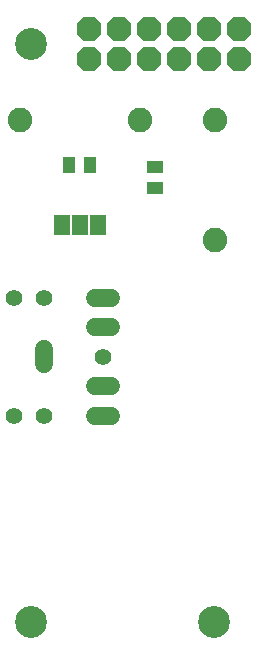
<source format=gts>
G75*
%MOIN*%
%OFA0B0*%
%FSLAX25Y25*%
%IPPOS*%
%LPD*%
%AMOC8*
5,1,8,0,0,1.08239X$1,22.5*
%
%ADD10C,0.10650*%
%ADD11C,0.05918*%
%ADD12C,0.05524*%
%ADD13C,0.08200*%
%ADD14OC8,0.08200*%
%ADD15R,0.03950X0.05524*%
%ADD16R,0.05524X0.03950*%
%ADD17R,0.05400X0.07100*%
D10*
X0025280Y0024177D03*
X0086303Y0024177D03*
X0025280Y0217091D03*
D11*
X0046689Y0132445D02*
X0051807Y0132445D01*
X0051807Y0122602D02*
X0046689Y0122602D01*
X0046689Y0102917D02*
X0051807Y0102917D01*
X0051807Y0093075D02*
X0046689Y0093075D01*
X0029563Y0110201D02*
X0029563Y0115319D01*
D12*
X0029563Y0132445D03*
X0019720Y0132445D03*
X0019720Y0093075D03*
X0029563Y0093075D03*
X0049248Y0112760D03*
D13*
X0086500Y0151500D03*
X0086500Y0191500D03*
X0061500Y0191500D03*
X0021500Y0191500D03*
D14*
X0044453Y0212091D03*
X0044453Y0222091D03*
X0054453Y0222091D03*
X0054453Y0212091D03*
X0064453Y0212091D03*
X0064453Y0222091D03*
X0074453Y0222091D03*
X0074453Y0212091D03*
X0084453Y0212091D03*
X0084453Y0222091D03*
X0094453Y0222091D03*
X0094453Y0212091D03*
D15*
X0045043Y0176500D03*
X0037957Y0176500D03*
D16*
X0066500Y0176043D03*
X0066500Y0168957D03*
D17*
X0047500Y0156500D03*
X0041500Y0156500D03*
X0035500Y0156500D03*
M02*

</source>
